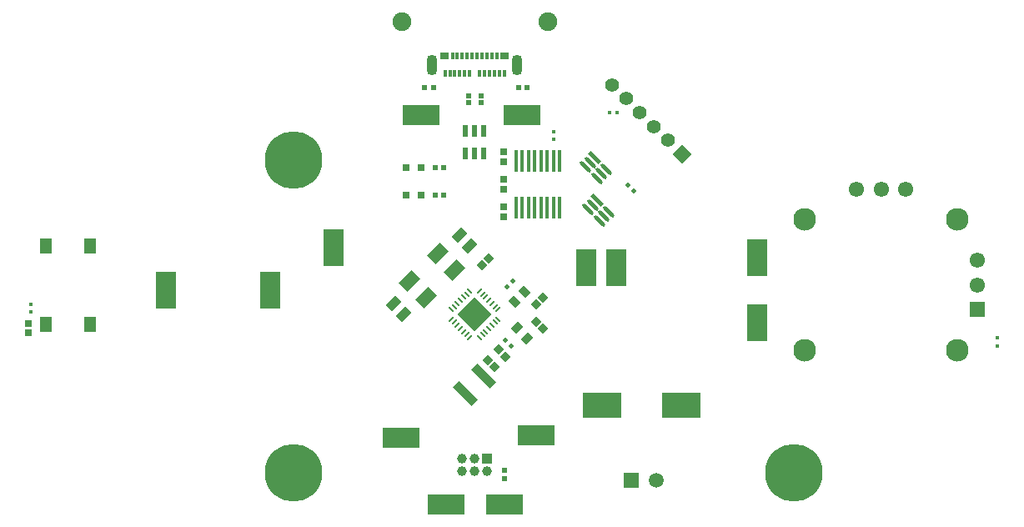
<source format=gbr>
%TF.GenerationSoftware,Altium Limited,Altium Designer,23.6.0 (18)*%
G04 Layer_Color=255*
%FSLAX25Y25*%
%MOIN*%
%TF.SameCoordinates,9FC677E3-0757-43A4-AD8A-435CCD31EDD7*%
%TF.FilePolarity,Positive*%
%TF.FileFunction,Pads,Top*%
%TF.Part,Single*%
G01*
G75*
%TA.AperFunction,SMDPad,CuDef*%
%ADD11R,0.02913X0.03071*%
%ADD12R,0.01772X0.01772*%
%ADD13R,0.05118X0.06102*%
%ADD14R,0.07992X0.14961*%
G04:AMPARAMS|DCode=15|XSize=37.4mil|YSize=53.15mil|CornerRadius=0mil|HoleSize=0mil|Usage=FLASHONLY|Rotation=135.000|XOffset=0mil|YOffset=0mil|HoleType=Round|Shape=Rectangle|*
%AMROTATEDRECTD15*
4,1,4,0.03202,0.00557,-0.00557,-0.03202,-0.03202,-0.00557,0.00557,0.03202,0.03202,0.00557,0.0*
%
%ADD15ROTATEDRECTD15*%

%ADD16R,0.14961X0.07992*%
%TA.AperFunction,ConnectorPad*%
%ADD17R,0.01181X0.02756*%
%ADD18R,0.03543X0.02756*%
%TA.AperFunction,SMDPad,CuDef*%
G04:AMPARAMS|DCode=19|XSize=70.87mil|YSize=47.24mil|CornerRadius=0mil|HoleSize=0mil|Usage=FLASHONLY|Rotation=225.000|XOffset=0mil|YOffset=0mil|HoleType=Round|Shape=Rectangle|*
%AMROTATEDRECTD19*
4,1,4,0.00835,0.04176,0.04176,0.00835,-0.00835,-0.04176,-0.04176,-0.00835,0.00835,0.04176,0.0*
%
%ADD19ROTATEDRECTD19*%

%ADD20R,0.03150X0.03150*%
%ADD21R,0.02165X0.02165*%
%ADD22P,0.13919X4X360.0*%
G04:AMPARAMS|DCode=23|XSize=7.87mil|YSize=29.53mil|CornerRadius=0mil|HoleSize=0mil|Usage=FLASHONLY|Rotation=315.000|XOffset=0mil|YOffset=0mil|HoleType=Round|Shape=Round|*
%AMOVALD23*
21,1,0.02165,0.00787,0.00000,0.00000,45.0*
1,1,0.00787,-0.00766,-0.00766*
1,1,0.00787,0.00766,0.00766*
%
%ADD23OVALD23*%

G04:AMPARAMS|DCode=24|XSize=7.87mil|YSize=29.53mil|CornerRadius=0mil|HoleSize=0mil|Usage=FLASHONLY|Rotation=45.000|XOffset=0mil|YOffset=0mil|HoleType=Round|Shape=Round|*
%AMOVALD24*
21,1,0.02165,0.00787,0.00000,0.00000,135.0*
1,1,0.00787,0.00766,-0.00766*
1,1,0.00787,-0.00766,0.00766*
%
%ADD24OVALD24*%

G04:AMPARAMS|DCode=25|XSize=33.47mil|YSize=106.3mil|CornerRadius=0mil|HoleSize=0mil|Usage=FLASHONLY|Rotation=45.000|XOffset=0mil|YOffset=0mil|HoleType=Round|Shape=Rectangle|*
%AMROTATEDRECTD25*
4,1,4,0.02575,-0.04941,-0.04941,0.02575,-0.02575,0.04941,0.04941,-0.02575,0.02575,-0.04941,0.0*
%
%ADD25ROTATEDRECTD25*%

%ADD26R,0.02362X0.04724*%
%ADD27R,0.01968X0.02165*%
G04:AMPARAMS|DCode=28|XSize=29.13mil|YSize=30.71mil|CornerRadius=0mil|HoleSize=0mil|Usage=FLASHONLY|Rotation=315.000|XOffset=0mil|YOffset=0mil|HoleType=Round|Shape=Rectangle|*
%AMROTATEDRECTD28*
4,1,4,-0.02116,-0.00056,0.00056,0.02116,0.02116,0.00056,-0.00056,-0.02116,-0.02116,-0.00056,0.0*
%
%ADD28ROTATEDRECTD28*%

G04:AMPARAMS|DCode=29|XSize=29.13mil|YSize=30.71mil|CornerRadius=0mil|HoleSize=0mil|Usage=FLASHONLY|Rotation=45.000|XOffset=0mil|YOffset=0mil|HoleType=Round|Shape=Rectangle|*
%AMROTATEDRECTD29*
4,1,4,0.00056,-0.02116,-0.02116,0.00056,-0.00056,0.02116,0.02116,-0.00056,0.00056,-0.02116,0.0*
%
%ADD29ROTATEDRECTD29*%

%ADD30R,0.02165X0.02165*%
%ADD31P,0.02506X4X90.0*%
%ADD32P,0.02506X4X360.0*%
G04:AMPARAMS|DCode=33|XSize=39.37mil|YSize=31.5mil|CornerRadius=0mil|HoleSize=0mil|Usage=FLASHONLY|Rotation=135.000|XOffset=0mil|YOffset=0mil|HoleType=Round|Shape=Rectangle|*
%AMROTATEDRECTD33*
4,1,4,0.02506,-0.00278,0.00278,-0.02506,-0.02506,0.00278,-0.00278,0.02506,0.02506,-0.00278,0.0*
%
%ADD33ROTATEDRECTD33*%

G04:AMPARAMS|DCode=34|XSize=39.37mil|YSize=31.5mil|CornerRadius=0mil|HoleSize=0mil|Usage=FLASHONLY|Rotation=45.000|XOffset=0mil|YOffset=0mil|HoleType=Round|Shape=Rectangle|*
%AMROTATEDRECTD34*
4,1,4,-0.00278,-0.02506,-0.02506,-0.00278,0.00278,0.02506,0.02506,0.00278,-0.00278,-0.02506,0.0*
%
%ADD34ROTATEDRECTD34*%

%ADD35O,0.01575X0.08858*%
G04:AMPARAMS|DCode=36|XSize=57.64mil|YSize=14.8mil|CornerRadius=7.4mil|HoleSize=0mil|Usage=FLASHONLY|Rotation=315.000|XOffset=0mil|YOffset=0mil|HoleType=Round|Shape=RoundedRectangle|*
%AMROUNDEDRECTD36*
21,1,0.05764,0.00000,0,0,315.0*
21,1,0.04284,0.01480,0,0,315.0*
1,1,0.01480,0.01515,-0.01515*
1,1,0.01480,-0.01515,0.01515*
1,1,0.01480,-0.01515,0.01515*
1,1,0.01480,0.01515,-0.01515*
%
%ADD36ROUNDEDRECTD36*%
G04:AMPARAMS|DCode=37|XSize=57.64mil|YSize=14.8mil|CornerRadius=0mil|HoleSize=0mil|Usage=FLASHONLY|Rotation=315.000|XOffset=0mil|YOffset=0mil|HoleType=Round|Shape=Rectangle|*
%AMROTATEDRECTD37*
4,1,4,-0.02561,0.01515,-0.01515,0.02561,0.02561,-0.01515,0.01515,-0.02561,-0.02561,0.01515,0.0*
%
%ADD37ROTATEDRECTD37*%

%ADD38R,0.15748X0.09843*%
%ADD39R,0.01772X0.01772*%
%TA.AperFunction,ViaPad*%
%ADD45C,0.23000*%
%TA.AperFunction,ComponentPad*%
G04:AMPARAMS|DCode=46|XSize=43.31mil|YSize=82.68mil|CornerRadius=21.65mil|HoleSize=0mil|Usage=FLASHONLY|Rotation=180.000|XOffset=0mil|YOffset=0mil|HoleType=Round|Shape=RoundedRectangle|*
%AMROUNDEDRECTD46*
21,1,0.04331,0.03937,0,0,180.0*
21,1,0.00000,0.08268,0,0,180.0*
1,1,0.04331,0.00000,0.01968*
1,1,0.04331,0.00000,0.01968*
1,1,0.04331,0.00000,-0.01968*
1,1,0.04331,0.00000,-0.01968*
%
%ADD46ROUNDEDRECTD46*%
%ADD47C,0.07480*%
%ADD48C,0.03937*%
%ADD49R,0.03937X0.03937*%
%ADD50P,0.07739X4X360.0*%
%ADD51C,0.05472*%
%ADD52C,0.05906*%
%ADD53R,0.05906X0.05906*%
%ADD54R,0.06102X0.06102*%
%ADD55C,0.06102*%
%ADD56C,0.09055*%
D11*
X44000Y84684D02*
D03*
Y80826D02*
D03*
X234000Y142084D02*
D03*
Y138225D02*
D03*
Y131184D02*
D03*
Y127325D02*
D03*
Y153184D02*
D03*
Y149326D02*
D03*
D12*
X45000Y89255D02*
D03*
Y92404D02*
D03*
X254000Y158180D02*
D03*
Y161329D02*
D03*
X431500Y78829D02*
D03*
Y75680D02*
D03*
D13*
X51142Y84350D02*
D03*
Y115650D02*
D03*
X68858Y84350D02*
D03*
Y115650D02*
D03*
D14*
X98986Y97755D02*
D03*
X140906D02*
D03*
X166000Y114755D02*
D03*
X267000Y106755D02*
D03*
X279000D02*
D03*
X335500Y84755D02*
D03*
Y110983D02*
D03*
D15*
X194161Y88231D02*
D03*
X189985Y92407D02*
D03*
X216412Y119819D02*
D03*
X220588Y115643D02*
D03*
D16*
X193000Y38755D02*
D03*
X201000Y167755D02*
D03*
X211000Y12255D02*
D03*
X234500D02*
D03*
X241516Y167755D02*
D03*
X247000Y39755D02*
D03*
D17*
X234311Y184732D02*
D03*
X232343D02*
D03*
X230374D02*
D03*
X228405D02*
D03*
X226437D02*
D03*
X224468D02*
D03*
X220532D02*
D03*
X218563D02*
D03*
X216595D02*
D03*
X214626D02*
D03*
X212657D02*
D03*
X210689D02*
D03*
X213642Y191425D02*
D03*
X215610D02*
D03*
X217579D02*
D03*
X219547D02*
D03*
X221516D02*
D03*
X223484D02*
D03*
X225453D02*
D03*
X227421D02*
D03*
X229390D02*
D03*
X231358D02*
D03*
D18*
X210492D02*
D03*
X234508D02*
D03*
D19*
X207727Y112640D02*
D03*
X196592Y101504D02*
D03*
X203273Y94823D02*
D03*
X214408Y105958D02*
D03*
D20*
X195095Y146755D02*
D03*
X201000D02*
D03*
X195095Y135755D02*
D03*
X201000D02*
D03*
D21*
X202457Y178755D02*
D03*
X206000D02*
D03*
X210272Y146755D02*
D03*
X206728D02*
D03*
X210272Y135755D02*
D03*
X206728D02*
D03*
X240000Y178755D02*
D03*
X243543D02*
D03*
D22*
X222500Y88231D02*
D03*
D23*
X224379Y97627D02*
D03*
X225632Y96374D02*
D03*
X226885Y95121D02*
D03*
X228137Y93869D02*
D03*
X229390Y92616D02*
D03*
X230643Y91363D02*
D03*
X231896Y90110D02*
D03*
X220621Y78836D02*
D03*
X219368Y80088D02*
D03*
X218115Y81341D02*
D03*
X216863Y82594D02*
D03*
X215610Y83847D02*
D03*
X214357Y85099D02*
D03*
X213104Y86352D02*
D03*
D24*
X231896D02*
D03*
X230643Y85099D02*
D03*
X229390Y83847D02*
D03*
X228137Y82594D02*
D03*
X226885Y81341D02*
D03*
X225632Y80088D02*
D03*
X224379Y78836D02*
D03*
X213104Y90110D02*
D03*
X214357Y91363D02*
D03*
X215610Y92616D02*
D03*
X216863Y93869D02*
D03*
X218115Y95121D02*
D03*
X219368Y96374D02*
D03*
X220621Y97627D02*
D03*
D25*
X218951Y56595D02*
D03*
X226049Y63694D02*
D03*
D26*
X226240Y152577D02*
D03*
X222500D02*
D03*
X218760D02*
D03*
Y161632D02*
D03*
X222500D02*
D03*
X226240D02*
D03*
D27*
X220000Y172755D02*
D03*
Y175707D02*
D03*
X225000Y172755D02*
D03*
Y175707D02*
D03*
D28*
X228228Y110483D02*
D03*
X225500Y107755D02*
D03*
X247000Y92255D02*
D03*
X249728Y94983D02*
D03*
D29*
X227772Y69983D02*
D03*
X230500Y67255D02*
D03*
X234864Y71367D02*
D03*
X232136Y74095D02*
D03*
X247000Y85255D02*
D03*
X249728Y82526D02*
D03*
D30*
X234500Y26026D02*
D03*
Y22483D02*
D03*
D31*
X234887Y77868D02*
D03*
X237114Y75641D02*
D03*
X286114Y137641D02*
D03*
X283887Y139868D02*
D03*
D32*
X237727Y101482D02*
D03*
X235500Y99255D02*
D03*
D33*
X242588Y97342D02*
D03*
X238412Y93167D02*
D03*
D34*
X243588Y78643D02*
D03*
X239412Y82819D02*
D03*
D35*
X239000Y130954D02*
D03*
X241500D02*
D03*
X244000D02*
D03*
X246500D02*
D03*
X249000D02*
D03*
X251500D02*
D03*
X254000D02*
D03*
X256500D02*
D03*
X239000Y149655D02*
D03*
X241500D02*
D03*
X244000D02*
D03*
X246500D02*
D03*
X249000D02*
D03*
X251500D02*
D03*
X254000D02*
D03*
X256500D02*
D03*
D36*
X275093Y146281D02*
D03*
X273283Y144472D02*
D03*
X271474Y142662D02*
D03*
X266907Y147228D02*
D03*
X268717Y149038D02*
D03*
X276093Y129281D02*
D03*
X274283Y127472D02*
D03*
X272474Y125662D02*
D03*
X267907Y130228D02*
D03*
X269717Y132038D02*
D03*
D37*
X270527Y150847D02*
D03*
X271527Y133847D02*
D03*
D38*
X273504Y51755D02*
D03*
X305000D02*
D03*
D39*
X279575Y168755D02*
D03*
X276425D02*
D03*
D45*
X150000Y150000D02*
D03*
Y25000D02*
D03*
X350000D02*
D03*
D46*
X239508Y187921D02*
D03*
X205492D02*
D03*
D47*
X251634Y205284D02*
D03*
X193366D02*
D03*
D48*
X217500Y25549D02*
D03*
Y30549D02*
D03*
X222500Y25549D02*
D03*
Y30549D02*
D03*
X227500Y25549D02*
D03*
D49*
Y30549D02*
D03*
D50*
X305298Y152214D02*
D03*
D51*
X299730Y157782D02*
D03*
X294162Y163349D02*
D03*
X288595Y168917D02*
D03*
X283027Y174485D02*
D03*
X277459Y180052D02*
D03*
D52*
X295000Y21755D02*
D03*
D53*
X285000D02*
D03*
D54*
X423386Y90158D02*
D03*
D55*
Y100000D02*
D03*
Y109843D02*
D03*
X394843Y138386D02*
D03*
X385000D02*
D03*
X375157D02*
D03*
D56*
X354488Y73819D02*
D03*
Y126181D02*
D03*
X415512Y73819D02*
D03*
Y126181D02*
D03*
%TF.MD5,25c3f4662ca4bbb0ea1fcf6540f3ee55*%
M02*

</source>
